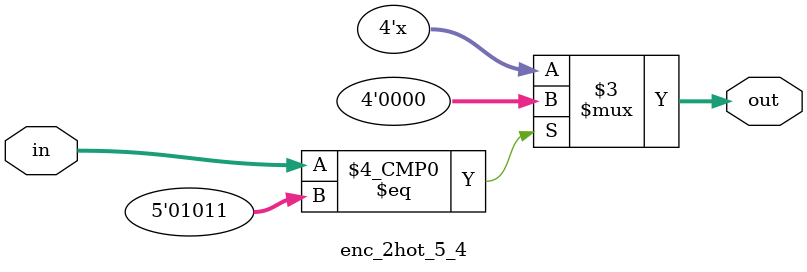
<source format=v>
module enc_2hot_5_4 (in, out);
    input [4:0] in;
    output [3:0] out;
    reg [3:0] out;

    always @(*) begin
        case (in)
            00011: out = 4'b0000;
            00101: out = 4'b0001;
            00110: out = 4'b0010;
            01010: out = 4'b0011;
            01001: out = 4'b0100;
            01100: out = 4'b0101;
            10100: out = 4'b0110;
            10010: out = 4'b0111;
            10001: out = 4'b1000;
            11000: out = 4'b1001;
            default: out = 4'bx;
        endcase
    end
endmodule

</source>
